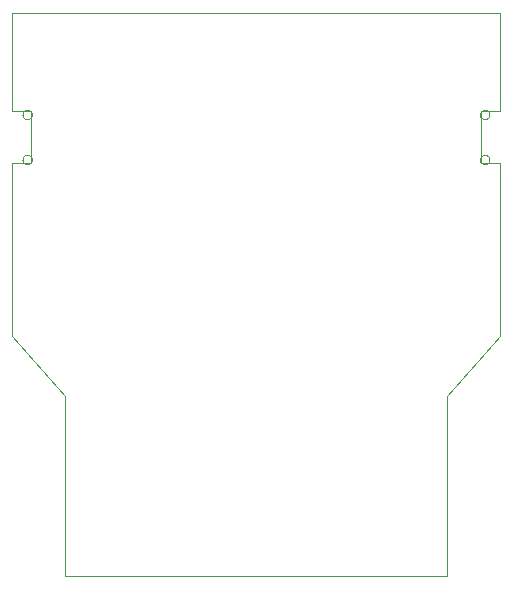
<source format=gbo>
G75*
%MOIN*%
%OFA0B0*%
%FSLAX24Y24*%
%IPPOS*%
%LPD*%
%AMOC8*
5,1,8,0,0,1.08239X$1,22.5*
%
%ADD10C,0.0000*%
D10*
X001850Y002300D02*
X014600Y002300D01*
X014600Y008300D01*
X016350Y010300D01*
X016350Y016050D01*
X015725Y016050D01*
X015725Y017800D01*
X016350Y017800D01*
X016350Y021050D01*
X000100Y021050D01*
X000100Y017800D01*
X000725Y017800D01*
X000725Y016050D01*
X000100Y016050D01*
X000100Y010300D01*
X001850Y008300D01*
X001850Y002300D01*
X000443Y016175D02*
X000445Y016200D01*
X000451Y016224D01*
X000460Y016246D01*
X000473Y016267D01*
X000489Y016286D01*
X000508Y016302D01*
X000529Y016315D01*
X000551Y016324D01*
X000575Y016330D01*
X000600Y016332D01*
X000625Y016330D01*
X000649Y016324D01*
X000671Y016315D01*
X000692Y016302D01*
X000711Y016286D01*
X000727Y016267D01*
X000740Y016246D01*
X000749Y016224D01*
X000755Y016200D01*
X000757Y016175D01*
X000755Y016150D01*
X000749Y016126D01*
X000740Y016104D01*
X000727Y016083D01*
X000711Y016064D01*
X000692Y016048D01*
X000671Y016035D01*
X000649Y016026D01*
X000625Y016020D01*
X000600Y016018D01*
X000575Y016020D01*
X000551Y016026D01*
X000529Y016035D01*
X000508Y016048D01*
X000489Y016064D01*
X000473Y016083D01*
X000460Y016104D01*
X000451Y016126D01*
X000445Y016150D01*
X000443Y016175D01*
X000443Y017675D02*
X000445Y017700D01*
X000451Y017724D01*
X000460Y017746D01*
X000473Y017767D01*
X000489Y017786D01*
X000508Y017802D01*
X000529Y017815D01*
X000551Y017824D01*
X000575Y017830D01*
X000600Y017832D01*
X000625Y017830D01*
X000649Y017824D01*
X000671Y017815D01*
X000692Y017802D01*
X000711Y017786D01*
X000727Y017767D01*
X000740Y017746D01*
X000749Y017724D01*
X000755Y017700D01*
X000757Y017675D01*
X000755Y017650D01*
X000749Y017626D01*
X000740Y017604D01*
X000727Y017583D01*
X000711Y017564D01*
X000692Y017548D01*
X000671Y017535D01*
X000649Y017526D01*
X000625Y017520D01*
X000600Y017518D01*
X000575Y017520D01*
X000551Y017526D01*
X000529Y017535D01*
X000508Y017548D01*
X000489Y017564D01*
X000473Y017583D01*
X000460Y017604D01*
X000451Y017626D01*
X000445Y017650D01*
X000443Y017675D01*
X015693Y017675D02*
X015695Y017700D01*
X015701Y017724D01*
X015710Y017746D01*
X015723Y017767D01*
X015739Y017786D01*
X015758Y017802D01*
X015779Y017815D01*
X015801Y017824D01*
X015825Y017830D01*
X015850Y017832D01*
X015875Y017830D01*
X015899Y017824D01*
X015921Y017815D01*
X015942Y017802D01*
X015961Y017786D01*
X015977Y017767D01*
X015990Y017746D01*
X015999Y017724D01*
X016005Y017700D01*
X016007Y017675D01*
X016005Y017650D01*
X015999Y017626D01*
X015990Y017604D01*
X015977Y017583D01*
X015961Y017564D01*
X015942Y017548D01*
X015921Y017535D01*
X015899Y017526D01*
X015875Y017520D01*
X015850Y017518D01*
X015825Y017520D01*
X015801Y017526D01*
X015779Y017535D01*
X015758Y017548D01*
X015739Y017564D01*
X015723Y017583D01*
X015710Y017604D01*
X015701Y017626D01*
X015695Y017650D01*
X015693Y017675D01*
X015693Y016175D02*
X015695Y016200D01*
X015701Y016224D01*
X015710Y016246D01*
X015723Y016267D01*
X015739Y016286D01*
X015758Y016302D01*
X015779Y016315D01*
X015801Y016324D01*
X015825Y016330D01*
X015850Y016332D01*
X015875Y016330D01*
X015899Y016324D01*
X015921Y016315D01*
X015942Y016302D01*
X015961Y016286D01*
X015977Y016267D01*
X015990Y016246D01*
X015999Y016224D01*
X016005Y016200D01*
X016007Y016175D01*
X016005Y016150D01*
X015999Y016126D01*
X015990Y016104D01*
X015977Y016083D01*
X015961Y016064D01*
X015942Y016048D01*
X015921Y016035D01*
X015899Y016026D01*
X015875Y016020D01*
X015850Y016018D01*
X015825Y016020D01*
X015801Y016026D01*
X015779Y016035D01*
X015758Y016048D01*
X015739Y016064D01*
X015723Y016083D01*
X015710Y016104D01*
X015701Y016126D01*
X015695Y016150D01*
X015693Y016175D01*
M02*

</source>
